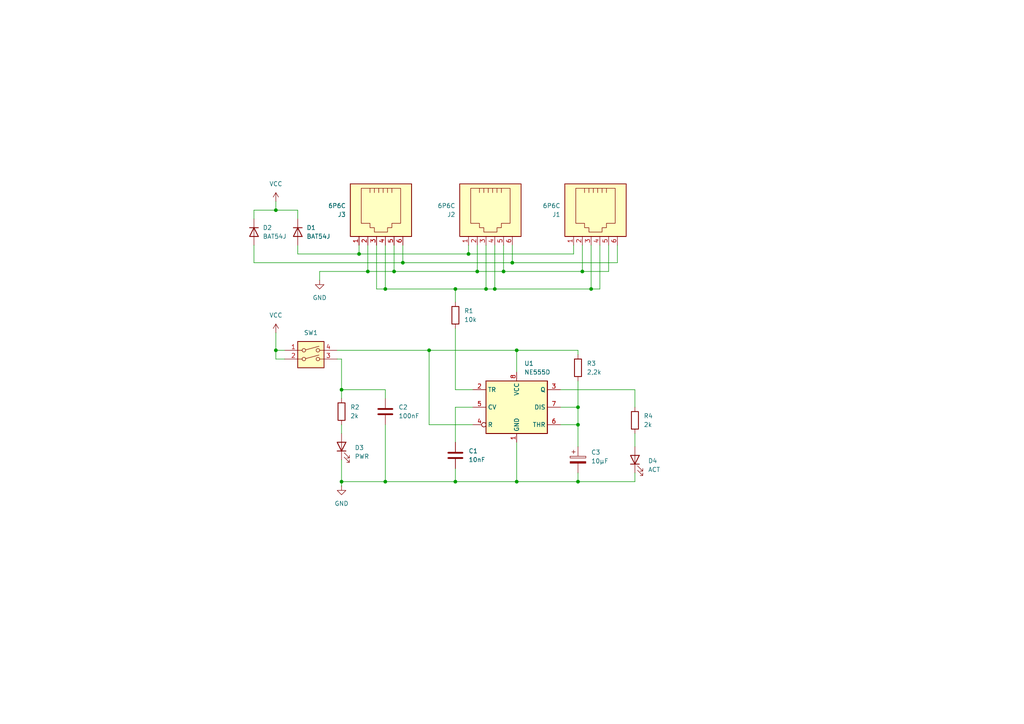
<source format=kicad_sch>
(kicad_sch (version 20231120) (generator "eeschema") (generator_version "8.0")
  (paper "A4")
  (title_block (title "Loconet 3-way switch") (date "2024-04-09") (rev "1.0") (company "CC-BY-SA 4.0 - Jan Graichen"))
  (lib_symbols
    (symbol "Connector:6P6C" (pin_names (offset 1.016))
      (property "Reference" "J" (at -5.08 11.43 0))
      (property "Value" "6P6C" (at 2.54 11.43 0))
      (symbol "6P6C_0_1"
        (polyline (pts (xy -6.35 -1.905) (xy -5.08 -1.905) (xy -5.08 -1.905)))
        (polyline (pts (xy -6.35 -0.635) (xy -5.08 -0.635) (xy -5.08 -0.635)))
        (polyline (pts (xy -6.35 0.635) (xy -5.08 0.635) (xy -5.08 0.635)))
        (polyline (pts (xy -6.35 1.905) (xy -5.08 1.905) (xy -5.08 1.905)))
        (polyline (pts (xy -6.35 3.175) (xy -5.08 3.175) (xy -5.08 3.175)))
        (polyline (pts (xy -5.08 4.445) (xy -6.35 4.445) (xy -6.35 4.445)))
        (polyline (pts (xy -6.35 -4.445) (xy -6.35 6.985) (xy 3.81 6.985) (xy 3.81 4.445) (xy 5.08 4.445) (xy 5.08 3.175) (xy 6.35 3.175) (xy 6.35 -0.635) (xy 5.08 -0.635) (xy 5.08 -1.905) (xy 3.81 -1.905) (xy 3.81 -4.445) (xy -6.35 -4.445) (xy -6.35 -4.445)))
        (rectangle (start 7.62 10.16) (end -7.62 -7.62) (stroke (width 0.254)) (fill (type background)))
      )
      (symbol "6P6C_1_1"
        (pin passive line (at 10.16 -5.08 180) (length 2.54) (name "~") (number "1"))
        (pin passive line (at 10.16 -2.54 180) (length 2.54) (name "~") (number "2"))
        (pin passive line (at 10.16 0 180) (length 2.54) (name "~") (number "3"))
        (pin passive line (at 10.16 2.54 180) (length 2.54) (name "~") (number "4"))
        (pin passive line (at 10.16 5.08 180) (length 2.54) (name "~") (number "5"))
        (pin passive line (at 10.16 7.62 180) (length 2.54) (name "~") (number "6"))
      )
    )
    (symbol "Device:C" (pin_numbers hide) (pin_names (offset 0.254))
      (property "Reference" "C" (at 0.635 2.54 0))
      (property "Value" "C" (at 0.635 -2.54 0))
      (symbol "C_0_1"
        (polyline (pts (xy -2.032 -0.762) (xy 2.032 -0.762)) (stroke (width 0.508)))
        (polyline (pts (xy -2.032 0.762) (xy 2.032 0.762)) (stroke (width 0.508)))
      )
      (symbol "C_1_1"
        (pin passive line (at 0 3.81 270) (length 2.794) (name "~") (number "1"))
        (pin passive line (at 0 -3.81 90) (length 2.794) (name "~") (number "2"))
      )
    )
    (symbol "Device:C_Polarized" (pin_numbers hide) (pin_names (offset 0.254))
      (property "Reference" "C" (at 0.635 2.54 0))
      (property "Value" "C_Polarized" (at 0.635 -2.54 0))
      (symbol "C_Polarized_0_1"
        (rectangle (start -2.286 0.508) (end 2.286 1.016))
        (polyline (pts (xy -1.778 2.286) (xy -0.762 2.286)))
        (polyline (pts (xy -1.27 2.794) (xy -1.27 1.778)))
        (rectangle (start 2.286 -0.508) (end -2.286 -1.016) (fill (type outline)))
      )
      (symbol "C_Polarized_1_1"
        (pin passive line (at 0 3.81 270) (length 2.794) (name "~") (number "1"))
        (pin passive line (at 0 -3.81 90) (length 2.794) (name "~") (number "2"))
      )
    )
    (symbol "Device:D" (pin_numbers hide) (pin_names (offset 1.016) hide)
      (property "Reference" "D" (at 0 2.54 0))
      (property "Value" "D" (at 0 -2.54 0))
      (symbol "D_0_1"
        (polyline (pts (xy -1.27 1.27) (xy -1.27 -1.27)) (stroke (width 0.254)))
        (polyline (pts (xy 1.27 0) (xy -1.27 0)))
        (polyline (pts (xy 1.27 1.27) (xy 1.27 -1.27) (xy -1.27 0) (xy 1.27 1.27)) (stroke (width 0.254)))
      )
      (symbol "D_1_1"
        (pin passive line (at -3.81 0 0) (length 2.54) (name "K") (number "1"))
        (pin passive line (at 3.81 0 180) (length 2.54) (name "A") (number "2"))
      )
    )
    (symbol "Device:LED" (pin_numbers hide) (pin_names (offset 1.016) hide)
      (property "Reference" "D" (at 0 2.54 0))
      (property "Value" "LED" (at 0 -2.54 0))
      (symbol "LED_0_1"
        (polyline (pts (xy -1.27 -1.27) (xy -1.27 1.27)) (stroke (width 0.254)))
        (polyline (pts (xy -1.27 0) (xy 1.27 0)))
        (polyline (pts (xy 1.27 -1.27) (xy 1.27 1.27) (xy -1.27 0) (xy 1.27 -1.27)) (stroke (width 0.254)))
        (polyline (pts (xy -3.048 -0.762) (xy -4.572 -2.286) (xy -3.81 -2.286) (xy -4.572 -2.286) (xy -4.572 -1.524)))
        (polyline (pts (xy -1.778 -0.762) (xy -3.302 -2.286) (xy -2.54 -2.286) (xy -3.302 -2.286) (xy -3.302 -1.524)))
      )
      (symbol "LED_1_1"
        (pin passive line (at -3.81 0 0) (length 2.54) (name "K") (number "1"))
        (pin passive line (at 3.81 0 180) (length 2.54) (name "A") (number "2"))
      )
    )
    (symbol "Device:R" (pin_numbers hide) (pin_names (offset 0))
      (property "Reference" "R" (at 2.032 0 90))
      (property "Value" "R" (at 0 0 90))
      (symbol "R_0_1"
        (rectangle (start -1.016 -2.54) (end 1.016 2.54) (stroke (width 0.254)))
      )
      (symbol "R_1_1"
        (pin passive line (at 0 3.81 270) (length 1.27) (name "~") (number "1"))
        (pin passive line (at 0 -3.81 90) (length 1.27) (name "~") (number "2"))
      )
    )
    (symbol "PCM_Capacitor_US_AKL:C_Generic" (pin_numbers hide) (pin_names (offset 0.254))
      (property "Reference" "C" (at 0.635 2.54 0))
      (property "Value" "C_Generic" (at 0.635 -2.54 0))
      (symbol "C_Generic_0_1"
        (polyline (pts (xy -2.032 -0.762) (xy 2.032 -0.762)) (stroke (width 0.508)))
        (polyline (pts (xy -2.032 0.762) (xy 2.032 0.762)) (stroke (width 0.508)))
      )
      (symbol "C_Generic_1_1"
        (pin passive line (at 0 3.81 270) (length 2.794) (name "~") (number "1"))
        (pin passive line (at 0 -3.81 90) (length 2.794) (name "~") (number "2"))
      )
    )
    (symbol "Switch:SW_DIP_x02" (pin_names (offset 0) hide)
      (property "Reference" "SW" (at 0 6.35 0))
      (property "Value" "SW_DIP_x02" (at 0 -3.81 0))
      (symbol "SW_DIP_x02_0_0"
        (circle (center -2.032 0) (radius 0.508))
        (circle (center -2.032 2.54) (radius 0.508))
        (polyline (pts (xy -1.524 0.127) (xy 2.3622 1.1684)))
        (polyline (pts (xy -1.524 2.667) (xy 2.3622 3.7084)))
        (circle (center 2.032 0) (radius 0.508))
        (circle (center 2.032 2.54) (radius 0.508))
      )
      (symbol "SW_DIP_x02_0_1"
        (rectangle (start -3.81 5.08) (end 3.81 -2.54) (stroke (width 0.254)) (fill (type background)))
      )
      (symbol "SW_DIP_x02_1_1"
        (pin passive line (at -7.62 2.54 0) (length 5.08) (name "~") (number "1"))
        (pin passive line (at -7.62 0 0) (length 5.08) (name "~") (number "2"))
        (pin passive line (at 7.62 0 180) (length 5.08) (name "~") (number "3"))
        (pin passive line (at 7.62 2.54 180) (length 5.08) (name "~") (number "4"))
      )
    )
    (symbol "Timer:NE555D"
      (property "Reference" "U" (at -10.16 8.89 0))
      (property "Value" "NE555D" (at 2.54 8.89 0))
      (symbol "NE555D_0_0"
        (pin power_in line (at 0 -10.16 90) (length 2.54) (name "GND") (number "1"))
        (pin power_in line (at 0 10.16 270) (length 2.54) (name "VCC") (number "8"))
      )
      (symbol "NE555D_0_1"
        (rectangle (start -8.89 -7.62) (end 8.89 7.62) (stroke (width 0.254)) (fill (type background)))
        (rectangle (start -8.89 -7.62) (end 8.89 7.62) (stroke (width 0.254)) (fill (type background)))
      )
      (symbol "NE555D_1_1"
        (pin input line (at -12.7 5.08 0) (length 3.81) (name "TR") (number "2"))
        (pin output line (at 12.7 5.08 180) (length 3.81) (name "Q") (number "3"))
        (pin input inverted (at -12.7 -5.08 0) (length 3.81) (name "R") (number "4"))
        (pin input line (at -12.7 0 0) (length 3.81) (name "CV") (number "5"))
        (pin input line (at 12.7 -5.08 180) (length 3.81) (name "THR") (number "6"))
        (pin input line (at 12.7 0 180) (length 3.81) (name "DIS") (number "7"))
      )
    )
    (symbol "power:GND" (power) (pin_numbers hide) (pin_names (offset 0) hide)
      (property "Value" "GND" (at 0 -3.81 0))
      (symbol "GND_0_1"
        (polyline (pts (xy 0 0) (xy 0 -1.27) (xy 1.27 -1.27) (xy 0 -2.54) (xy -1.27 -1.27) (xy 0 -1.27)))
      )
      (symbol "GND_1_1"
        (pin power_in line (at 0 0 270) (length 0) (name "~") (number "1"))
      )
    )
    (symbol "power:VCC" (power) (pin_numbers hide) (pin_names (offset 0) hide)
      (property "Value" "VCC" (at 0 3.556 0))
      (symbol "VCC_0_1"
        (polyline (pts (xy -0.762 1.27) (xy 0 2.54)))
        (polyline (pts (xy 0 0) (xy 0 2.54)))
        (polyline (pts (xy 0 2.54) (xy 0.762 1.27)))
      )
      (symbol "VCC_1_1"
        (pin power_in line (at 0 0 90) (length 0) (name "~") (number "1"))
      )
    )
    (symbol "power:VDD" (power) (pin_numbers hide) (pin_names (offset 0) hide)
      (property "Value" "VDD" (at 0 3.556 0))
      (symbol "VDD_0_1"
        (polyline (pts (xy -0.762 1.27) (xy 0 2.54)))
        (polyline (pts (xy 0 0) (xy 0 2.54)))
        (polyline (pts (xy 0 2.54) (xy 0.762 1.27)))
      )
      (symbol "VDD_1_1"
        (pin power_in line (at 0 0 90) (length 0) (name "~") (number "1"))
      )
    )
  )
  (junction (at 104.14 73.66))
  (junction (at 167.64 123.19))
  (junction (at 167.64 139.7))
  (junction (at 132.08 83.82))
  (junction (at 138.43 78.74))
  (junction (at 143.51 83.82))
  (junction (at 140.97 83.82))
  (junction (at 111.76 139.7))
  (junction (at 99.06 113.03))
  (junction (at 116.84 76.2))
  (junction (at 80.01 60.96))
  (junction (at 148.59 76.2))
  (junction (at 99.06 139.7))
  (junction (at 146.05 78.74))
  (junction (at 124.46 101.6))
  (junction (at 168.91 78.74))
  (junction (at 111.76 83.82))
  (junction (at 149.86 139.7))
  (junction (at 80.01 101.6))
  (junction (at 114.3 78.74))
  (junction (at 132.08 139.7))
  (junction (at 106.68 78.74))
  (junction (at 171.45 83.82))
  (junction (at 149.86 101.6))
  (junction (at 167.64 118.11))
  (junction (at 135.89 73.66))
  (wire (pts (xy 104.14 73.66) (xy 135.89 73.66)))
  (wire (pts (xy 132.08 128.27) (xy 132.08 118.11)))
  (wire (pts (xy 132.08 95.25) (xy 132.08 113.03)))
  (wire (pts (xy 111.76 123.19) (xy 111.76 139.7)))
  (wire (pts (xy 114.3 78.74) (xy 138.43 78.74)))
  (wire (pts (xy 167.64 139.7) (xy 184.15 139.7)))
  (wire (pts (xy 149.86 128.27) (xy 149.86 139.7)))
  (wire (pts (xy 168.91 78.74) (xy 176.53 78.74)))
  (wire (pts (xy 137.16 123.19) (xy 124.46 123.19)))
  (wire (pts (xy 99.06 123.19) (xy 99.06 125.73)))
  (wire (pts (xy 140.97 83.82) (xy 143.51 83.82)))
  (wire (pts (xy 99.06 113.03) (xy 99.06 115.57)))
  (wire (pts (xy 73.66 76.2) (xy 116.84 76.2)))
  (wire (pts (xy 168.91 71.12) (xy 168.91 78.74)))
  (wire (pts (xy 111.76 71.12) (xy 111.76 83.82)))
  (wire (pts (xy 104.14 71.12) (xy 104.14 73.66)))
  (wire (pts (xy 135.89 73.66) (xy 166.37 73.66)))
  (wire (pts (xy 132.08 113.03) (xy 137.16 113.03)))
  (wire (pts (xy 92.71 78.74) (xy 106.68 78.74)))
  (wire (pts (xy 173.99 71.12) (xy 173.99 83.82)))
  (wire (pts (xy 149.86 101.6) (xy 149.86 107.95)))
  (wire (pts (xy 179.07 76.2) (xy 148.59 76.2)))
  (wire (pts (xy 166.37 73.66) (xy 166.37 71.12)))
  (wire (pts (xy 80.01 96.52) (xy 80.01 101.6)))
  (wire (pts (xy 176.53 71.12) (xy 176.53 78.74)))
  (wire (pts (xy 167.64 118.11) (xy 162.56 118.11)))
  (wire (pts (xy 167.64 118.11) (xy 167.64 123.19)))
  (wire (pts (xy 184.15 137.16) (xy 184.15 139.7)))
  (wire (pts (xy 146.05 71.12) (xy 146.05 78.74)))
  (wire (pts (xy 179.07 71.12) (xy 179.07 76.2)))
  (wire (pts (xy 184.15 125.73) (xy 184.15 129.54)))
  (wire (pts (xy 132.08 83.82) (xy 140.97 83.82)))
  (wire (pts (xy 80.01 60.96) (xy 80.01 58.42)))
  (wire (pts (xy 167.64 139.7) (xy 149.86 139.7)))
  (wire (pts (xy 97.79 101.6) (xy 124.46 101.6)))
  (wire (pts (xy 86.36 71.12) (xy 86.36 73.66)))
  (wire (pts (xy 171.45 83.82) (xy 143.51 83.82)))
  (wire (pts (xy 109.22 83.82) (xy 111.76 83.82)))
  (wire (pts (xy 73.66 71.12) (xy 73.66 76.2)))
  (wire (pts (xy 99.06 133.35) (xy 99.06 139.7)))
  (wire (pts (xy 124.46 101.6) (xy 124.46 123.19)))
  (wire (pts (xy 148.59 71.12) (xy 148.59 76.2)))
  (wire (pts (xy 92.71 78.74) (xy 92.71 81.28)))
  (wire (pts (xy 114.3 71.12) (xy 114.3 78.74)))
  (wire (pts (xy 171.45 71.12) (xy 171.45 83.82)))
  (wire (pts (xy 138.43 71.12) (xy 138.43 78.74)))
  (wire (pts (xy 146.05 78.74) (xy 168.91 78.74)))
  (wire (pts (xy 132.08 118.11) (xy 137.16 118.11)))
  (wire (pts (xy 167.64 123.19) (xy 162.56 123.19)))
  (wire (pts (xy 99.06 104.14) (xy 97.79 104.14)))
  (wire (pts (xy 99.06 113.03) (xy 99.06 104.14)))
  (wire (pts (xy 132.08 135.89) (xy 132.08 139.7)))
  (wire (pts (xy 148.59 76.2) (xy 116.84 76.2)))
  (wire (pts (xy 167.64 101.6) (xy 167.64 102.87)))
  (wire (pts (xy 124.46 101.6) (xy 149.86 101.6)))
  (wire (pts (xy 132.08 83.82) (xy 132.08 87.63)))
  (wire (pts (xy 149.86 139.7) (xy 132.08 139.7)))
  (wire (pts (xy 143.51 71.12) (xy 143.51 83.82)))
  (wire (pts (xy 167.64 123.19) (xy 167.64 129.54)))
  (wire (pts (xy 106.68 78.74) (xy 114.3 78.74)))
  (wire (pts (xy 86.36 63.5) (xy 86.36 60.96)))
  (wire (pts (xy 106.68 71.12) (xy 106.68 78.74)))
  (wire (pts (xy 140.97 83.82) (xy 140.97 71.12)))
  (wire (pts (xy 111.76 115.57) (xy 111.76 113.03)))
  (wire (pts (xy 149.86 101.6) (xy 167.64 101.6)))
  (wire (pts (xy 82.55 104.14) (xy 80.01 104.14)))
  (wire (pts (xy 80.01 60.96) (xy 86.36 60.96)))
  (wire (pts (xy 116.84 76.2) (xy 116.84 71.12)))
  (wire (pts (xy 135.89 73.66) (xy 135.89 71.12)))
  (wire (pts (xy 111.76 139.7) (xy 132.08 139.7)))
  (wire (pts (xy 111.76 139.7) (xy 99.06 139.7)))
  (wire (pts (xy 111.76 83.82) (xy 132.08 83.82)))
  (wire (pts (xy 109.22 71.12) (xy 109.22 83.82)))
  (wire (pts (xy 86.36 73.66) (xy 104.14 73.66)))
  (wire (pts (xy 80.01 101.6) (xy 82.55 101.6)))
  (wire (pts (xy 73.66 63.5) (xy 73.66 60.96)))
  (wire (pts (xy 73.66 60.96) (xy 80.01 60.96)))
  (wire (pts (xy 162.56 113.03) (xy 184.15 113.03)))
  (wire (pts (xy 167.64 110.49) (xy 167.64 118.11)))
  (wire (pts (xy 167.64 137.16) (xy 167.64 139.7)))
  (wire (pts (xy 184.15 113.03) (xy 184.15 118.11)))
  (wire (pts (xy 111.76 113.03) (xy 99.06 113.03)))
  (wire (pts (xy 99.06 139.7) (xy 99.06 140.97)))
  (wire (pts (xy 173.99 83.82) (xy 171.45 83.82)))
  (wire (pts (xy 80.01 104.14) (xy 80.01 101.6)))
  (wire (pts (xy 138.43 78.74) (xy 146.05 78.74)))
  (symbol (lib_id "power:VCC") (at 80.01 96.52 0) (unit 1)
    (property "Reference" "#PWR03" (effects (hide yes)))
    (property "Value" "VCC" (at 80.01 91.44 0))
    (property "Description" "Power symbol creates a global label with name \"VCC\"" (effects (hide yes)))
  )
  (symbol (lib_id "Device:R") (at 167.64 106.68 0) (unit 1)
    (property "Reference" "R3" (at 170.18 105.4099 0) (effects (justify left)))
    (property "Value" "2,2k" (at 170.18 107.9499 0) (effects (justify left)))
    (property "Footprint" "Resistor_SMD:R_0603_1608Metric" (effects (hide yes)))
    (property "Description" "Resistor" (effects (hide yes)))
    (property "LCSC" "C4190" (effects (hide yes)))
  )
  (symbol (lib_id "Connector:6P6C") (at 171.45 60.96 270) (unit 1)
    (property "Reference" "J1" (at 162.56 62.2301 90) (effects (justify right)))
    (property "Value" "6P6C" (at 162.56 59.6901 90) (effects (justify right)))
    (property "Footprint" "Samacsys:955012611" (effects (hide yes)))
    (property "Description" "RJ connector, 6P6C (6 positions 6 connected), RJ12/RJ18/RJ25" (effects (hide yes)))
  )
  (symbol (lib_id "Device:R") (at 99.06 119.38 0) (unit 1)
    (property "Reference" "R2" (at 101.6 118.1099 0) (effects (justify left)))
    (property "Value" "2k" (at 101.6 120.6499 0) (effects (justify left)))
    (property "Footprint" "Resistor_SMD:R_0603_1608Metric" (effects (hide yes)))
    (property "Description" "Resistor" (effects (hide yes)))
    (property "LCSC" "C22975" (effects (hide yes)))
  )
  (symbol (lib_id "power:GND") (at 99.06 140.97 0) (unit 1)
    (property "Reference" "#PWR04" (effects (hide yes)))
    (property "Value" "GND" (at 99.06 146.05 0))
    (property "Description" "Power symbol creates a global label with name \"GND\" , ground" (effects (hide yes)))
  )
  (symbol (lib_id "Device:R") (at 184.15 121.92 0) (unit 1)
    (property "Reference" "R4" (at 186.69 120.6499 0) (effects (justify left)))
    (property "Value" "2k" (at 186.69 123.1899 0) (effects (justify left)))
    (property "Footprint" "Resistor_SMD:R_0603_1608Metric" (effects (hide yes)))
    (property "Description" "Resistor" (effects (hide yes)))
    (property "LCSC" "C22975" (effects (hide yes)))
  )
  (symbol (lib_id "Device:C") (at 111.76 119.38 0) (unit 1)
    (property "Reference" "C2" (at 115.57 118.1099 0) (effects (justify left)))
    (property "Value" "100nF" (at 115.57 120.6499 0) (effects (justify left)))
    (property "Footprint" "Capacitor_SMD:C_0603_1608Metric" (effects (hide yes)))
    (property "Description" "Unpolarized capacitor" (effects (hide yes)))
    (property "LCSC" "C14663" (effects (hide yes)))
  )
  (symbol (lib_id "Device:LED") (at 184.15 133.35 90) (unit 1)
    (property "Reference" "D4" (at 187.96 133.6674 90) (effects (justify right)))
    (property "Value" "ACT" (at 187.96 136.2074 90) (effects (justify right)))
    (property "Footprint" "LED_SMD:LED_0603_1608Metric" (effects (hide yes)))
    (property "Description" "Light emitting diode" (effects (hide yes)))
    (property "LCSC" "C2297" (effects (hide yes)))
  )
  (symbol (lib_id "Timer:NE555D") (at 149.86 118.11 0) (unit 1)
    (property "Reference" "U1" (at 152.0541 105.41 0) (effects (justify left)))
    (property "Value" "NE555D" (at 152.0541 107.95 0) (effects (justify left)))
    (property "Footprint" "Package_SO:SOIC-8_3.9x4.9mm_P1.27mm" (effects (hide yes)))
    (property "Datasheet" "http://www.ti.com/lit/ds/symlink/ne555.pdf" (effects (hide yes)))
    (property "Description" "Precision Timers, 555 compatible, SOIC-8" (effects (hide yes)))
    (property "LCSC" "C7593" (effects (hide yes)))
  )
  (symbol (lib_id "Device:D") (at 73.66 67.31 270) (unit 1)
    (property "Reference" "D2" (at 76.2 66.0399 90) (effects (justify left)))
    (property "Value" "BAT54J" (at 76.2 68.5799 90) (effects (justify left)))
    (property "Footprint" "Diode_SMD:D_SOD-323_HandSoldering" (effects (hide yes)))
    (property "Description" "Diode" (effects (hide yes)))
    (property "Sim.Device" "D" (effects (hide yes)))
    (property "Sim.Pins" "1=K 2=A" (effects (hide yes)))
    (property "LCSC" "C191023" (effects (hide yes)))
  )
  (symbol (lib_id "Device:LED") (at 99.06 129.54 90) (unit 1)
    (property "Reference" "D3" (at 102.87 129.8574 90) (effects (justify right)))
    (property "Value" "PWR" (at 102.87 132.3974 90) (effects (justify right)))
    (property "Footprint" "LED_SMD:LED_0603_1608Metric" (effects (hide yes)))
    (property "Description" "Light emitting diode" (effects (hide yes)))
    (property "LCSC" "C2286" (effects (hide yes)))
  )
  (symbol (lib_id "Device:D") (at 86.36 67.31 270) (unit 1)
    (property "Reference" "D1" (at 88.9 66.0399 90) (effects (justify left)))
    (property "Value" "BAT54J" (at 88.9 68.5799 90) (effects (justify left)))
    (property "Footprint" "Diode_SMD:D_SOD-323_HandSoldering" (effects (hide yes)))
    (property "Description" "Diode" (effects (hide yes)))
    (property "Sim.Device" "D" (effects (hide yes)))
    (property "Sim.Pins" "1=K 2=A" (effects (hide yes)))
    (property "LCSC" "C191023" (effects (hide yes)))
  )
  (symbol (lib_id "power:GND") (at 92.71 81.28 0) (unit 1)
    (property "Reference" "#PWR01" (effects (hide yes)))
    (property "Value" "GND" (at 92.71 86.36 0))
    (property "Description" "Power symbol creates a global label with name \"GND\" , ground" (effects (hide yes)))
  )
  (symbol (lib_id "Switch:SW_DIP_x02") (at 90.17 104.14 0) (unit 1)
    (property "Reference" "SW1" (at 90.17 96.52 0))
    (property "Value" "SW_DIP_x02" (effects (hide yes)))
    (property "Footprint" "Button_Switch_THT:SW_DIP_SPSTx02_Slide_9.78x7.26mm_W7.62mm_P2.54mm" (effects (hide yes)))
    (property "Description" "2x DIP Switch, Single Pole Single Throw (SPST) switch, small symbol" (effects (hide yes)))
    (property "LCSC" "C319043" (effects (hide yes)))
  )
  (symbol (lib_id "Device:C_Polarized") (at 167.64 133.35 0) (unit 1)
    (property "Reference" "C3" (at 171.45 131.1909 0) (effects (justify left)))
    (property "Value" "10µF" (at 171.45 133.7309 0) (effects (justify left)))
    (property "Footprint" "Capacitor_SMD:C_0805_2012Metric" (effects (hide yes)))
    (property "Description" "Polarized capacitor" (effects (hide yes)))
    (property "LCSC" "C15850" (effects (hide yes)))
  )
  (symbol (lib_id "power:VDD") (at 80.01 58.42 0) (unit 1)
    (property "Reference" "#PWR02" (effects (hide yes)))
    (property "Value" "VCC" (at 80.01 53.34 0))
    (property "Description" "Power symbol creates a global label with name \"VDD\"" (effects (hide yes)))
  )
  (symbol (lib_id "PCM_Capacitor_US_AKL:C_Generic") (at 132.08 132.08 0) (unit 1)
    (property "Reference" "C1" (at 135.89 130.8099 0) (effects (justify left)))
    (property "Value" "10nF" (at 135.89 133.3499 0) (effects (justify left)))
    (property "Footprint" "Capacitor_SMD:C_0603_1608Metric" (effects (hide yes)))
    (property "Description" "Unpolarized capacitor, Generic Symbol, Alternate KiCad Library" (effects (hide yes)))
    (property "LCSC" "C57112" (effects (hide yes)))
  )
  (symbol (lib_id "Connector:6P6C") (at 140.97 60.96 270) (unit 1)
    (property "Reference" "J2" (at 132.08 62.2301 90) (effects (justify right)))
    (property "Value" "6P6C" (at 132.08 59.6901 90) (effects (justify right)))
    (property "Footprint" "Snapeda:CUI_CRJ025-1-TH" (effects (hide yes)))
    (property "Description" "RJ connector, 6P6C (6 positions 6 connected), RJ12/RJ18/RJ25" (effects (hide yes)))
  )
  (symbol (lib_id "Device:R") (at 132.08 91.44 0) (unit 1)
    (property "Reference" "R1" (at 134.62 90.1699 0) (effects (justify left)))
    (property "Value" "10k" (at 134.62 92.7099 0) (effects (justify left)))
    (property "Footprint" "Resistor_SMD:R_0603_1608Metric" (effects (hide yes)))
    (property "Description" "Resistor" (effects (hide yes)))
    (property "LCSC" "C25804" (effects (hide yes)))
  )
  (symbol (lib_id "Connector:6P6C") (at 109.22 60.96 270) (unit 1)
    (property "Reference" "J3" (at 100.33 62.2301 90) (effects (justify right)))
    (property "Value" "6P6C" (at 100.33 59.6901 90) (effects (justify right)))
    (property "Footprint" "Samacsys:955012611" (effects (hide yes)))
    (property "Description" "RJ connector, 6P6C (6 positions 6 connected), RJ12/RJ18/RJ25" (effects (hide yes)))
  )
)
</source>
